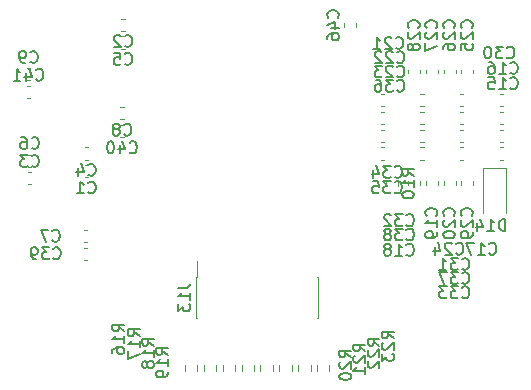
<source format=gbr>
%TF.GenerationSoftware,KiCad,Pcbnew,5.1.7-a382d34a8~87~ubuntu20.04.1*%
%TF.CreationDate,2021-02-03T18:06:15+00:00*%
%TF.ProjectId,UFOControlDeck,55464f43-6f6e-4747-926f-6c4465636b2e,rev?*%
%TF.SameCoordinates,Original*%
%TF.FileFunction,Legend,Bot*%
%TF.FilePolarity,Positive*%
%FSLAX46Y46*%
G04 Gerber Fmt 4.6, Leading zero omitted, Abs format (unit mm)*
G04 Created by KiCad (PCBNEW 5.1.7-a382d34a8~87~ubuntu20.04.1) date 2021-02-03 18:06:15*
%MOMM*%
%LPD*%
G01*
G04 APERTURE LIST*
%ADD10C,0.120000*%
%ADD11C,0.150000*%
G04 APERTURE END LIST*
D10*
%TO.C,R10*%
X149477500Y-120067224D02*
X149477500Y-119557776D01*
X150522500Y-120067224D02*
X150522500Y-119557776D01*
%TO.C,C46*%
X147010000Y-106291232D02*
X147010000Y-106583766D01*
X145990000Y-106291232D02*
X145990000Y-106583766D01*
%TO.C,C41*%
X119383766Y-111590000D02*
X119091232Y-111590000D01*
X119383766Y-112610000D02*
X119091232Y-112610000D01*
%TO.C,C40*%
X127016234Y-115910000D02*
X127308768Y-115910000D01*
X127016234Y-114890000D02*
X127308768Y-114890000D01*
%TO.C,C39*%
X123916234Y-126310000D02*
X124208768Y-126310000D01*
X123916234Y-125290000D02*
X124208768Y-125290000D01*
%TO.C,C9*%
X119383766Y-110090000D02*
X119091232Y-110090000D01*
X119383766Y-111110000D02*
X119091232Y-111110000D01*
%TO.C,C8*%
X127016233Y-114410000D02*
X127308767Y-114410000D01*
X127016233Y-113390000D02*
X127308767Y-113390000D01*
%TO.C,C7*%
X123916234Y-124810000D02*
X124208768Y-124810000D01*
X123916234Y-123790000D02*
X124208768Y-123790000D01*
%TO.C,C6*%
X119483766Y-117390000D02*
X119191232Y-117390000D01*
X119483766Y-118410000D02*
X119191232Y-118410000D01*
%TO.C,C5*%
X127091233Y-108410000D02*
X127383767Y-108410000D01*
X127091233Y-107390000D02*
X127383767Y-107390000D01*
%TO.C,C4*%
X123991233Y-117810000D02*
X124283767Y-117810000D01*
X123991233Y-116790000D02*
X124283767Y-116790000D01*
%TO.C,C3*%
X119483766Y-118890001D02*
X119191232Y-118890001D01*
X119483766Y-119910001D02*
X119191232Y-119910001D01*
%TO.C,C2*%
X127091233Y-106909999D02*
X127383767Y-106909999D01*
X127091233Y-105889999D02*
X127383767Y-105889999D01*
%TO.C,C1*%
X123991233Y-119310000D02*
X124283767Y-119310000D01*
X123991233Y-118290000D02*
X124283767Y-118290000D01*
%TO.C,J13*%
X133460000Y-127735000D02*
X133460000Y-131265000D01*
X143740000Y-127735000D02*
X143740000Y-131265000D01*
X133525000Y-126410000D02*
X133525000Y-127735000D01*
X133460000Y-127735000D02*
X133525000Y-127735000D01*
X133460000Y-131265000D02*
X133525000Y-131265000D01*
X143675000Y-127735000D02*
X143740000Y-127735000D01*
X143675000Y-131265000D02*
X143740000Y-131265000D01*
%TO.C,D14*%
X157700000Y-118500000D02*
X159700000Y-118500000D01*
X159700000Y-118500000D02*
X159700000Y-122350000D01*
X157700000Y-118500000D02*
X157700000Y-122350000D01*
%TO.C,C38*%
X152416233Y-114810000D02*
X152708767Y-114810000D01*
X152416233Y-113790000D02*
X152708767Y-113790000D01*
%TO.C,C37*%
X156046267Y-115290000D02*
X155753733Y-115290000D01*
X156046267Y-116310000D02*
X155753733Y-116310000D01*
%TO.C,C36*%
X149346267Y-116790000D02*
X149053733Y-116790000D01*
X149346267Y-117810000D02*
X149053733Y-117810000D01*
%TO.C,C35*%
X152416233Y-116310000D02*
X152708767Y-116310000D01*
X152416233Y-115290000D02*
X152708767Y-115290000D01*
%TO.C,C34*%
X152416233Y-117810000D02*
X152708767Y-117810000D01*
X152416233Y-116790000D02*
X152708767Y-116790000D01*
%TO.C,C33*%
X156046267Y-113800000D02*
X155753733Y-113800000D01*
X156046267Y-114820000D02*
X155753733Y-114820000D01*
%TO.C,C32*%
X152416233Y-113310000D02*
X152708767Y-113310000D01*
X152416233Y-112290000D02*
X152708767Y-112290000D01*
%TO.C,C31*%
X156046267Y-116790000D02*
X155753733Y-116790000D01*
X156046267Y-117810000D02*
X155753733Y-117810000D01*
%TO.C,C30*%
X156046267Y-112290000D02*
X155753733Y-112290000D01*
X156046267Y-113310000D02*
X155753733Y-113310000D01*
%TO.C,C29*%
X155890000Y-119653733D02*
X155890000Y-119946267D01*
X156910000Y-119653733D02*
X156910000Y-119946267D01*
%TO.C,C28*%
X152410000Y-110483767D02*
X152410000Y-110191233D01*
X151390000Y-110483767D02*
X151390000Y-110191233D01*
%TO.C,C27*%
X153910000Y-110483767D02*
X153910000Y-110191233D01*
X152890000Y-110483767D02*
X152890000Y-110191233D01*
%TO.C,C26*%
X155410000Y-110483767D02*
X155410000Y-110191233D01*
X154390000Y-110483767D02*
X154390000Y-110191233D01*
%TO.C,C25*%
X156910000Y-110483766D02*
X156910000Y-110191232D01*
X155890000Y-110483766D02*
X155890000Y-110191232D01*
%TO.C,C24*%
X159153733Y-117810000D02*
X159446267Y-117810000D01*
X159153733Y-116790000D02*
X159446267Y-116790000D01*
%TO.C,C23*%
X149346267Y-115290000D02*
X149053733Y-115290000D01*
X149346267Y-116310000D02*
X149053733Y-116310000D01*
%TO.C,C22*%
X149346267Y-113790000D02*
X149053733Y-113790000D01*
X149346267Y-114810000D02*
X149053733Y-114810000D01*
%TO.C,C21*%
X149346267Y-112290000D02*
X149053733Y-112290000D01*
X149346267Y-113310000D02*
X149053733Y-113310000D01*
%TO.C,C20*%
X154390000Y-119653733D02*
X154390000Y-119946267D01*
X155410000Y-119653733D02*
X155410000Y-119946267D01*
%TO.C,C19*%
X152890000Y-119653733D02*
X152890000Y-119946267D01*
X153910000Y-119653733D02*
X153910000Y-119946267D01*
%TO.C,C18*%
X151390000Y-119653733D02*
X151390000Y-119946267D01*
X152410000Y-119653733D02*
X152410000Y-119946267D01*
%TO.C,C17*%
X159153733Y-116310000D02*
X159446267Y-116310000D01*
X159153733Y-115290000D02*
X159446267Y-115290000D01*
%TO.C,C16*%
X159153733Y-113310000D02*
X159446267Y-113310000D01*
X159153733Y-112290000D02*
X159446267Y-112290000D01*
%TO.C,C15*%
X159153733Y-114810000D02*
X159446267Y-114810000D01*
X159153733Y-113790000D02*
X159446267Y-113790000D01*
%TO.C,R23*%
X143677500Y-135232776D02*
X143677500Y-135742224D01*
X144722500Y-135232776D02*
X144722500Y-135742224D01*
%TO.C,R22*%
X142077500Y-135232776D02*
X142077500Y-135742224D01*
X143122500Y-135232776D02*
X143122500Y-135742224D01*
%TO.C,R21*%
X140477500Y-135232776D02*
X140477500Y-135742224D01*
X141522500Y-135232776D02*
X141522500Y-135742224D01*
%TO.C,R20*%
X138877500Y-135232776D02*
X138877500Y-135742224D01*
X139922500Y-135232776D02*
X139922500Y-135742224D01*
%TO.C,R19*%
X137277500Y-135232776D02*
X137277500Y-135742224D01*
X138322500Y-135232776D02*
X138322500Y-135742224D01*
%TO.C,R18*%
X135677500Y-135232776D02*
X135677500Y-135742224D01*
X136722500Y-135232776D02*
X136722500Y-135742224D01*
%TO.C,R17*%
X134077500Y-135232776D02*
X134077500Y-135742224D01*
X135122500Y-135232776D02*
X135122500Y-135742224D01*
%TO.C,R16*%
X132477500Y-135232776D02*
X132477500Y-135742224D01*
X133522500Y-135232776D02*
X133522500Y-135742224D01*
%TO.C,R10*%
D11*
X151882380Y-119169642D02*
X151406190Y-118836309D01*
X151882380Y-118598214D02*
X150882380Y-118598214D01*
X150882380Y-118979166D01*
X150930000Y-119074404D01*
X150977619Y-119122023D01*
X151072857Y-119169642D01*
X151215714Y-119169642D01*
X151310952Y-119122023D01*
X151358571Y-119074404D01*
X151406190Y-118979166D01*
X151406190Y-118598214D01*
X151882380Y-120122023D02*
X151882380Y-119550595D01*
X151882380Y-119836309D02*
X150882380Y-119836309D01*
X151025238Y-119741071D01*
X151120476Y-119645833D01*
X151168095Y-119550595D01*
X150882380Y-120741071D02*
X150882380Y-120836309D01*
X150930000Y-120931547D01*
X150977619Y-120979166D01*
X151072857Y-121026785D01*
X151263333Y-121074404D01*
X151501428Y-121074404D01*
X151691904Y-121026785D01*
X151787142Y-120979166D01*
X151834761Y-120931547D01*
X151882380Y-120836309D01*
X151882380Y-120741071D01*
X151834761Y-120645833D01*
X151787142Y-120598214D01*
X151691904Y-120550595D01*
X151501428Y-120502976D01*
X151263333Y-120502976D01*
X151072857Y-120550595D01*
X150977619Y-120598214D01*
X150930000Y-120645833D01*
X150882380Y-120741071D01*
%TO.C,C46*%
X145427142Y-105794641D02*
X145474761Y-105747022D01*
X145522380Y-105604165D01*
X145522380Y-105508927D01*
X145474761Y-105366070D01*
X145379523Y-105270832D01*
X145284285Y-105223213D01*
X145093809Y-105175594D01*
X144950952Y-105175594D01*
X144760476Y-105223213D01*
X144665238Y-105270832D01*
X144570000Y-105366070D01*
X144522380Y-105508927D01*
X144522380Y-105604165D01*
X144570000Y-105747022D01*
X144617619Y-105794641D01*
X144855714Y-106651784D02*
X145522380Y-106651784D01*
X144474761Y-106413689D02*
X145189047Y-106175594D01*
X145189047Y-106794641D01*
X144522380Y-107604165D02*
X144522380Y-107413689D01*
X144570000Y-107318451D01*
X144617619Y-107270832D01*
X144760476Y-107175594D01*
X144950952Y-107127975D01*
X145331904Y-107127975D01*
X145427142Y-107175594D01*
X145474761Y-107223213D01*
X145522380Y-107318451D01*
X145522380Y-107508927D01*
X145474761Y-107604165D01*
X145427142Y-107651784D01*
X145331904Y-107699403D01*
X145093809Y-107699403D01*
X144998571Y-107651784D01*
X144950952Y-107604165D01*
X144903333Y-107508927D01*
X144903333Y-107318451D01*
X144950952Y-107223213D01*
X144998571Y-107175594D01*
X145093809Y-107127975D01*
%TO.C,C41*%
X119880356Y-111027142D02*
X119927975Y-111074761D01*
X120070832Y-111122380D01*
X120166070Y-111122380D01*
X120308927Y-111074761D01*
X120404165Y-110979523D01*
X120451784Y-110884285D01*
X120499403Y-110693809D01*
X120499403Y-110550952D01*
X120451784Y-110360476D01*
X120404165Y-110265238D01*
X120308927Y-110170000D01*
X120166070Y-110122380D01*
X120070832Y-110122380D01*
X119927975Y-110170000D01*
X119880356Y-110217619D01*
X119023213Y-110455714D02*
X119023213Y-111122380D01*
X119261308Y-110074761D02*
X119499403Y-110789047D01*
X118880356Y-110789047D01*
X117975594Y-111122380D02*
X118547022Y-111122380D01*
X118261308Y-111122380D02*
X118261308Y-110122380D01*
X118356546Y-110265238D01*
X118451784Y-110360476D01*
X118547022Y-110408095D01*
%TO.C,C40*%
X127805358Y-117187142D02*
X127852977Y-117234761D01*
X127995834Y-117282380D01*
X128091072Y-117282380D01*
X128233929Y-117234761D01*
X128329167Y-117139523D01*
X128376786Y-117044285D01*
X128424405Y-116853809D01*
X128424405Y-116710952D01*
X128376786Y-116520476D01*
X128329167Y-116425238D01*
X128233929Y-116330000D01*
X128091072Y-116282380D01*
X127995834Y-116282380D01*
X127852977Y-116330000D01*
X127805358Y-116377619D01*
X126948215Y-116615714D02*
X126948215Y-117282380D01*
X127186310Y-116234761D02*
X127424405Y-116949047D01*
X126805358Y-116949047D01*
X126233929Y-116282380D02*
X126138691Y-116282380D01*
X126043453Y-116330000D01*
X125995834Y-116377619D01*
X125948215Y-116472857D01*
X125900596Y-116663333D01*
X125900596Y-116901428D01*
X125948215Y-117091904D01*
X125995834Y-117187142D01*
X126043453Y-117234761D01*
X126138691Y-117282380D01*
X126233929Y-117282380D01*
X126329167Y-117234761D01*
X126376786Y-117187142D01*
X126424405Y-117091904D01*
X126472024Y-116901428D01*
X126472024Y-116663333D01*
X126424405Y-116472857D01*
X126376786Y-116377619D01*
X126329167Y-116330000D01*
X126233929Y-116282380D01*
%TO.C,C39*%
X121342857Y-126157142D02*
X121390476Y-126204761D01*
X121533333Y-126252380D01*
X121628571Y-126252380D01*
X121771428Y-126204761D01*
X121866666Y-126109523D01*
X121914285Y-126014285D01*
X121961904Y-125823809D01*
X121961904Y-125680952D01*
X121914285Y-125490476D01*
X121866666Y-125395238D01*
X121771428Y-125300000D01*
X121628571Y-125252380D01*
X121533333Y-125252380D01*
X121390476Y-125300000D01*
X121342857Y-125347619D01*
X121009523Y-125252380D02*
X120390476Y-125252380D01*
X120723809Y-125633333D01*
X120580952Y-125633333D01*
X120485714Y-125680952D01*
X120438095Y-125728571D01*
X120390476Y-125823809D01*
X120390476Y-126061904D01*
X120438095Y-126157142D01*
X120485714Y-126204761D01*
X120580952Y-126252380D01*
X120866666Y-126252380D01*
X120961904Y-126204761D01*
X121009523Y-126157142D01*
X119914285Y-126252380D02*
X119723809Y-126252380D01*
X119628571Y-126204761D01*
X119580952Y-126157142D01*
X119485714Y-126014285D01*
X119438095Y-125823809D01*
X119438095Y-125442857D01*
X119485714Y-125347619D01*
X119533333Y-125300000D01*
X119628571Y-125252380D01*
X119819047Y-125252380D01*
X119914285Y-125300000D01*
X119961904Y-125347619D01*
X120009523Y-125442857D01*
X120009523Y-125680952D01*
X119961904Y-125776190D01*
X119914285Y-125823809D01*
X119819047Y-125871428D01*
X119628571Y-125871428D01*
X119533333Y-125823809D01*
X119485714Y-125776190D01*
X119438095Y-125680952D01*
%TO.C,C9*%
X119404165Y-109527142D02*
X119451784Y-109574761D01*
X119594641Y-109622380D01*
X119689879Y-109622380D01*
X119832737Y-109574761D01*
X119927975Y-109479523D01*
X119975594Y-109384285D01*
X120023213Y-109193809D01*
X120023213Y-109050952D01*
X119975594Y-108860476D01*
X119927975Y-108765238D01*
X119832737Y-108670000D01*
X119689879Y-108622380D01*
X119594641Y-108622380D01*
X119451784Y-108670000D01*
X119404165Y-108717619D01*
X118927975Y-109622380D02*
X118737499Y-109622380D01*
X118642260Y-109574761D01*
X118594641Y-109527142D01*
X118499403Y-109384285D01*
X118451784Y-109193809D01*
X118451784Y-108812857D01*
X118499403Y-108717619D01*
X118547022Y-108670000D01*
X118642260Y-108622380D01*
X118832737Y-108622380D01*
X118927975Y-108670000D01*
X118975594Y-108717619D01*
X119023213Y-108812857D01*
X119023213Y-109050952D01*
X118975594Y-109146190D01*
X118927975Y-109193809D01*
X118832737Y-109241428D01*
X118642260Y-109241428D01*
X118547022Y-109193809D01*
X118499403Y-109146190D01*
X118451784Y-109050952D01*
%TO.C,C8*%
X127329166Y-115687142D02*
X127376785Y-115734761D01*
X127519642Y-115782380D01*
X127614880Y-115782380D01*
X127757738Y-115734761D01*
X127852976Y-115639523D01*
X127900595Y-115544285D01*
X127948214Y-115353809D01*
X127948214Y-115210952D01*
X127900595Y-115020476D01*
X127852976Y-114925238D01*
X127757738Y-114830000D01*
X127614880Y-114782380D01*
X127519642Y-114782380D01*
X127376785Y-114830000D01*
X127329166Y-114877619D01*
X126757738Y-115210952D02*
X126852976Y-115163333D01*
X126900595Y-115115714D01*
X126948214Y-115020476D01*
X126948214Y-114972857D01*
X126900595Y-114877619D01*
X126852976Y-114830000D01*
X126757738Y-114782380D01*
X126567261Y-114782380D01*
X126472023Y-114830000D01*
X126424404Y-114877619D01*
X126376785Y-114972857D01*
X126376785Y-115020476D01*
X126424404Y-115115714D01*
X126472023Y-115163333D01*
X126567261Y-115210952D01*
X126757738Y-115210952D01*
X126852976Y-115258571D01*
X126900595Y-115306190D01*
X126948214Y-115401428D01*
X126948214Y-115591904D01*
X126900595Y-115687142D01*
X126852976Y-115734761D01*
X126757738Y-115782380D01*
X126567261Y-115782380D01*
X126472023Y-115734761D01*
X126424404Y-115687142D01*
X126376785Y-115591904D01*
X126376785Y-115401428D01*
X126424404Y-115306190D01*
X126472023Y-115258571D01*
X126567261Y-115210952D01*
%TO.C,C7*%
X121266666Y-124657142D02*
X121314285Y-124704761D01*
X121457142Y-124752380D01*
X121552380Y-124752380D01*
X121695238Y-124704761D01*
X121790476Y-124609523D01*
X121838095Y-124514285D01*
X121885714Y-124323809D01*
X121885714Y-124180952D01*
X121838095Y-123990476D01*
X121790476Y-123895238D01*
X121695238Y-123800000D01*
X121552380Y-123752380D01*
X121457142Y-123752380D01*
X121314285Y-123800000D01*
X121266666Y-123847619D01*
X120933333Y-123752380D02*
X120266666Y-123752380D01*
X120695238Y-124752380D01*
%TO.C,C6*%
X119504165Y-116827142D02*
X119551784Y-116874761D01*
X119694641Y-116922380D01*
X119789879Y-116922380D01*
X119932737Y-116874761D01*
X120027975Y-116779523D01*
X120075594Y-116684285D01*
X120123213Y-116493809D01*
X120123213Y-116350952D01*
X120075594Y-116160476D01*
X120027975Y-116065238D01*
X119932737Y-115970000D01*
X119789879Y-115922380D01*
X119694641Y-115922380D01*
X119551784Y-115970000D01*
X119504165Y-116017619D01*
X118647022Y-115922380D02*
X118837499Y-115922380D01*
X118932737Y-115970000D01*
X118980356Y-116017619D01*
X119075594Y-116160476D01*
X119123213Y-116350952D01*
X119123213Y-116731904D01*
X119075594Y-116827142D01*
X119027975Y-116874761D01*
X118932737Y-116922380D01*
X118742260Y-116922380D01*
X118647022Y-116874761D01*
X118599403Y-116827142D01*
X118551784Y-116731904D01*
X118551784Y-116493809D01*
X118599403Y-116398571D01*
X118647022Y-116350952D01*
X118742260Y-116303333D01*
X118932737Y-116303333D01*
X119027975Y-116350952D01*
X119075594Y-116398571D01*
X119123213Y-116493809D01*
%TO.C,C5*%
X127404166Y-109687142D02*
X127451785Y-109734761D01*
X127594642Y-109782380D01*
X127689880Y-109782380D01*
X127832738Y-109734761D01*
X127927976Y-109639523D01*
X127975595Y-109544285D01*
X128023214Y-109353809D01*
X128023214Y-109210952D01*
X127975595Y-109020476D01*
X127927976Y-108925238D01*
X127832738Y-108830000D01*
X127689880Y-108782380D01*
X127594642Y-108782380D01*
X127451785Y-108830000D01*
X127404166Y-108877619D01*
X126499404Y-108782380D02*
X126975595Y-108782380D01*
X127023214Y-109258571D01*
X126975595Y-109210952D01*
X126880357Y-109163333D01*
X126642261Y-109163333D01*
X126547023Y-109210952D01*
X126499404Y-109258571D01*
X126451785Y-109353809D01*
X126451785Y-109591904D01*
X126499404Y-109687142D01*
X126547023Y-109734761D01*
X126642261Y-109782380D01*
X126880357Y-109782380D01*
X126975595Y-109734761D01*
X127023214Y-109687142D01*
%TO.C,C4*%
X124304166Y-119087142D02*
X124351785Y-119134761D01*
X124494642Y-119182380D01*
X124589880Y-119182380D01*
X124732738Y-119134761D01*
X124827976Y-119039523D01*
X124875595Y-118944285D01*
X124923214Y-118753809D01*
X124923214Y-118610952D01*
X124875595Y-118420476D01*
X124827976Y-118325238D01*
X124732738Y-118230000D01*
X124589880Y-118182380D01*
X124494642Y-118182380D01*
X124351785Y-118230000D01*
X124304166Y-118277619D01*
X123447023Y-118515714D02*
X123447023Y-119182380D01*
X123685119Y-118134761D02*
X123923214Y-118849047D01*
X123304166Y-118849047D01*
%TO.C,C3*%
X119504165Y-118327143D02*
X119551784Y-118374762D01*
X119694641Y-118422381D01*
X119789879Y-118422381D01*
X119932737Y-118374762D01*
X120027975Y-118279524D01*
X120075594Y-118184286D01*
X120123213Y-117993810D01*
X120123213Y-117850953D01*
X120075594Y-117660477D01*
X120027975Y-117565239D01*
X119932737Y-117470001D01*
X119789879Y-117422381D01*
X119694641Y-117422381D01*
X119551784Y-117470001D01*
X119504165Y-117517620D01*
X119170832Y-117422381D02*
X118551784Y-117422381D01*
X118885118Y-117803334D01*
X118742260Y-117803334D01*
X118647022Y-117850953D01*
X118599403Y-117898572D01*
X118551784Y-117993810D01*
X118551784Y-118231905D01*
X118599403Y-118327143D01*
X118647022Y-118374762D01*
X118742260Y-118422381D01*
X119027975Y-118422381D01*
X119123213Y-118374762D01*
X119170832Y-118327143D01*
%TO.C,C2*%
X127404166Y-108187141D02*
X127451785Y-108234760D01*
X127594642Y-108282379D01*
X127689880Y-108282379D01*
X127832738Y-108234760D01*
X127927976Y-108139522D01*
X127975595Y-108044284D01*
X128023214Y-107853808D01*
X128023214Y-107710951D01*
X127975595Y-107520475D01*
X127927976Y-107425237D01*
X127832738Y-107329999D01*
X127689880Y-107282379D01*
X127594642Y-107282379D01*
X127451785Y-107329999D01*
X127404166Y-107377618D01*
X127023214Y-107377618D02*
X126975595Y-107329999D01*
X126880357Y-107282379D01*
X126642261Y-107282379D01*
X126547023Y-107329999D01*
X126499404Y-107377618D01*
X126451785Y-107472856D01*
X126451785Y-107568094D01*
X126499404Y-107710951D01*
X127070833Y-108282379D01*
X126451785Y-108282379D01*
%TO.C,C1*%
X124304166Y-120587142D02*
X124351785Y-120634761D01*
X124494642Y-120682380D01*
X124589880Y-120682380D01*
X124732738Y-120634761D01*
X124827976Y-120539523D01*
X124875595Y-120444285D01*
X124923214Y-120253809D01*
X124923214Y-120110952D01*
X124875595Y-119920476D01*
X124827976Y-119825238D01*
X124732738Y-119730000D01*
X124589880Y-119682380D01*
X124494642Y-119682380D01*
X124351785Y-119730000D01*
X124304166Y-119777619D01*
X123351785Y-120682380D02*
X123923214Y-120682380D01*
X123637500Y-120682380D02*
X123637500Y-119682380D01*
X123732738Y-119825238D01*
X123827976Y-119920476D01*
X123923214Y-119968095D01*
%TO.C,J13*%
X131912380Y-128690476D02*
X132626666Y-128690476D01*
X132769523Y-128642857D01*
X132864761Y-128547619D01*
X132912380Y-128404761D01*
X132912380Y-128309523D01*
X132912380Y-129690476D02*
X132912380Y-129119047D01*
X132912380Y-129404761D02*
X131912380Y-129404761D01*
X132055238Y-129309523D01*
X132150476Y-129214285D01*
X132198095Y-129119047D01*
X131912380Y-130023809D02*
X131912380Y-130642857D01*
X132293333Y-130309523D01*
X132293333Y-130452380D01*
X132340952Y-130547619D01*
X132388571Y-130595238D01*
X132483809Y-130642857D01*
X132721904Y-130642857D01*
X132817142Y-130595238D01*
X132864761Y-130547619D01*
X132912380Y-130452380D01*
X132912380Y-130166666D01*
X132864761Y-130071428D01*
X132817142Y-130023809D01*
%TO.C,D14*%
X159614285Y-123852380D02*
X159614285Y-122852380D01*
X159376190Y-122852380D01*
X159233333Y-122900000D01*
X159138095Y-122995238D01*
X159090476Y-123090476D01*
X159042857Y-123280952D01*
X159042857Y-123423809D01*
X159090476Y-123614285D01*
X159138095Y-123709523D01*
X159233333Y-123804761D01*
X159376190Y-123852380D01*
X159614285Y-123852380D01*
X158090476Y-123852380D02*
X158661904Y-123852380D01*
X158376190Y-123852380D02*
X158376190Y-122852380D01*
X158471428Y-122995238D01*
X158566666Y-123090476D01*
X158661904Y-123138095D01*
X157233333Y-123185714D02*
X157233333Y-123852380D01*
X157471428Y-122804761D02*
X157709523Y-123519047D01*
X157090476Y-123519047D01*
%TO.C,C38*%
X151242857Y-124557142D02*
X151290476Y-124604761D01*
X151433333Y-124652380D01*
X151528571Y-124652380D01*
X151671428Y-124604761D01*
X151766666Y-124509523D01*
X151814285Y-124414285D01*
X151861904Y-124223809D01*
X151861904Y-124080952D01*
X151814285Y-123890476D01*
X151766666Y-123795238D01*
X151671428Y-123700000D01*
X151528571Y-123652380D01*
X151433333Y-123652380D01*
X151290476Y-123700000D01*
X151242857Y-123747619D01*
X150909523Y-123652380D02*
X150290476Y-123652380D01*
X150623809Y-124033333D01*
X150480952Y-124033333D01*
X150385714Y-124080952D01*
X150338095Y-124128571D01*
X150290476Y-124223809D01*
X150290476Y-124461904D01*
X150338095Y-124557142D01*
X150385714Y-124604761D01*
X150480952Y-124652380D01*
X150766666Y-124652380D01*
X150861904Y-124604761D01*
X150909523Y-124557142D01*
X149719047Y-124080952D02*
X149814285Y-124033333D01*
X149861904Y-123985714D01*
X149909523Y-123890476D01*
X149909523Y-123842857D01*
X149861904Y-123747619D01*
X149814285Y-123700000D01*
X149719047Y-123652380D01*
X149528571Y-123652380D01*
X149433333Y-123700000D01*
X149385714Y-123747619D01*
X149338095Y-123842857D01*
X149338095Y-123890476D01*
X149385714Y-123985714D01*
X149433333Y-124033333D01*
X149528571Y-124080952D01*
X149719047Y-124080952D01*
X149814285Y-124128571D01*
X149861904Y-124176190D01*
X149909523Y-124271428D01*
X149909523Y-124461904D01*
X149861904Y-124557142D01*
X149814285Y-124604761D01*
X149719047Y-124652380D01*
X149528571Y-124652380D01*
X149433333Y-124604761D01*
X149385714Y-124557142D01*
X149338095Y-124461904D01*
X149338095Y-124271428D01*
X149385714Y-124176190D01*
X149433333Y-124128571D01*
X149528571Y-124080952D01*
%TO.C,C37*%
X155942857Y-128257142D02*
X155990476Y-128304761D01*
X156133333Y-128352380D01*
X156228571Y-128352380D01*
X156371428Y-128304761D01*
X156466666Y-128209523D01*
X156514285Y-128114285D01*
X156561904Y-127923809D01*
X156561904Y-127780952D01*
X156514285Y-127590476D01*
X156466666Y-127495238D01*
X156371428Y-127400000D01*
X156228571Y-127352380D01*
X156133333Y-127352380D01*
X155990476Y-127400000D01*
X155942857Y-127447619D01*
X155609523Y-127352380D02*
X154990476Y-127352380D01*
X155323809Y-127733333D01*
X155180952Y-127733333D01*
X155085714Y-127780952D01*
X155038095Y-127828571D01*
X154990476Y-127923809D01*
X154990476Y-128161904D01*
X155038095Y-128257142D01*
X155085714Y-128304761D01*
X155180952Y-128352380D01*
X155466666Y-128352380D01*
X155561904Y-128304761D01*
X155609523Y-128257142D01*
X154657142Y-127352380D02*
X153990476Y-127352380D01*
X154419047Y-128352380D01*
%TO.C,C36*%
X150442857Y-111957142D02*
X150490476Y-112004761D01*
X150633333Y-112052380D01*
X150728571Y-112052380D01*
X150871428Y-112004761D01*
X150966666Y-111909523D01*
X151014285Y-111814285D01*
X151061904Y-111623809D01*
X151061904Y-111480952D01*
X151014285Y-111290476D01*
X150966666Y-111195238D01*
X150871428Y-111100000D01*
X150728571Y-111052380D01*
X150633333Y-111052380D01*
X150490476Y-111100000D01*
X150442857Y-111147619D01*
X150109523Y-111052380D02*
X149490476Y-111052380D01*
X149823809Y-111433333D01*
X149680952Y-111433333D01*
X149585714Y-111480952D01*
X149538095Y-111528571D01*
X149490476Y-111623809D01*
X149490476Y-111861904D01*
X149538095Y-111957142D01*
X149585714Y-112004761D01*
X149680952Y-112052380D01*
X149966666Y-112052380D01*
X150061904Y-112004761D01*
X150109523Y-111957142D01*
X148633333Y-111052380D02*
X148823809Y-111052380D01*
X148919047Y-111100000D01*
X148966666Y-111147619D01*
X149061904Y-111290476D01*
X149109523Y-111480952D01*
X149109523Y-111861904D01*
X149061904Y-111957142D01*
X149014285Y-112004761D01*
X148919047Y-112052380D01*
X148728571Y-112052380D01*
X148633333Y-112004761D01*
X148585714Y-111957142D01*
X148538095Y-111861904D01*
X148538095Y-111623809D01*
X148585714Y-111528571D01*
X148633333Y-111480952D01*
X148728571Y-111433333D01*
X148919047Y-111433333D01*
X149014285Y-111480952D01*
X149061904Y-111528571D01*
X149109523Y-111623809D01*
%TO.C,C35*%
X150242857Y-120557142D02*
X150290476Y-120604761D01*
X150433333Y-120652380D01*
X150528571Y-120652380D01*
X150671428Y-120604761D01*
X150766666Y-120509523D01*
X150814285Y-120414285D01*
X150861904Y-120223809D01*
X150861904Y-120080952D01*
X150814285Y-119890476D01*
X150766666Y-119795238D01*
X150671428Y-119700000D01*
X150528571Y-119652380D01*
X150433333Y-119652380D01*
X150290476Y-119700000D01*
X150242857Y-119747619D01*
X149909523Y-119652380D02*
X149290476Y-119652380D01*
X149623809Y-120033333D01*
X149480952Y-120033333D01*
X149385714Y-120080952D01*
X149338095Y-120128571D01*
X149290476Y-120223809D01*
X149290476Y-120461904D01*
X149338095Y-120557142D01*
X149385714Y-120604761D01*
X149480952Y-120652380D01*
X149766666Y-120652380D01*
X149861904Y-120604761D01*
X149909523Y-120557142D01*
X148385714Y-119652380D02*
X148861904Y-119652380D01*
X148909523Y-120128571D01*
X148861904Y-120080952D01*
X148766666Y-120033333D01*
X148528571Y-120033333D01*
X148433333Y-120080952D01*
X148385714Y-120128571D01*
X148338095Y-120223809D01*
X148338095Y-120461904D01*
X148385714Y-120557142D01*
X148433333Y-120604761D01*
X148528571Y-120652380D01*
X148766666Y-120652380D01*
X148861904Y-120604761D01*
X148909523Y-120557142D01*
%TO.C,C34*%
X150242857Y-119257142D02*
X150290476Y-119304761D01*
X150433333Y-119352380D01*
X150528571Y-119352380D01*
X150671428Y-119304761D01*
X150766666Y-119209523D01*
X150814285Y-119114285D01*
X150861904Y-118923809D01*
X150861904Y-118780952D01*
X150814285Y-118590476D01*
X150766666Y-118495238D01*
X150671428Y-118400000D01*
X150528571Y-118352380D01*
X150433333Y-118352380D01*
X150290476Y-118400000D01*
X150242857Y-118447619D01*
X149909523Y-118352380D02*
X149290476Y-118352380D01*
X149623809Y-118733333D01*
X149480952Y-118733333D01*
X149385714Y-118780952D01*
X149338095Y-118828571D01*
X149290476Y-118923809D01*
X149290476Y-119161904D01*
X149338095Y-119257142D01*
X149385714Y-119304761D01*
X149480952Y-119352380D01*
X149766666Y-119352380D01*
X149861904Y-119304761D01*
X149909523Y-119257142D01*
X148433333Y-118685714D02*
X148433333Y-119352380D01*
X148671428Y-118304761D02*
X148909523Y-119019047D01*
X148290476Y-119019047D01*
%TO.C,C33*%
X155942857Y-129457142D02*
X155990476Y-129504761D01*
X156133333Y-129552380D01*
X156228571Y-129552380D01*
X156371428Y-129504761D01*
X156466666Y-129409523D01*
X156514285Y-129314285D01*
X156561904Y-129123809D01*
X156561904Y-128980952D01*
X156514285Y-128790476D01*
X156466666Y-128695238D01*
X156371428Y-128600000D01*
X156228571Y-128552380D01*
X156133333Y-128552380D01*
X155990476Y-128600000D01*
X155942857Y-128647619D01*
X155609523Y-128552380D02*
X154990476Y-128552380D01*
X155323809Y-128933333D01*
X155180952Y-128933333D01*
X155085714Y-128980952D01*
X155038095Y-129028571D01*
X154990476Y-129123809D01*
X154990476Y-129361904D01*
X155038095Y-129457142D01*
X155085714Y-129504761D01*
X155180952Y-129552380D01*
X155466666Y-129552380D01*
X155561904Y-129504761D01*
X155609523Y-129457142D01*
X154657142Y-128552380D02*
X154038095Y-128552380D01*
X154371428Y-128933333D01*
X154228571Y-128933333D01*
X154133333Y-128980952D01*
X154085714Y-129028571D01*
X154038095Y-129123809D01*
X154038095Y-129361904D01*
X154085714Y-129457142D01*
X154133333Y-129504761D01*
X154228571Y-129552380D01*
X154514285Y-129552380D01*
X154609523Y-129504761D01*
X154657142Y-129457142D01*
%TO.C,C32*%
X151242857Y-123357142D02*
X151290476Y-123404761D01*
X151433333Y-123452380D01*
X151528571Y-123452380D01*
X151671428Y-123404761D01*
X151766666Y-123309523D01*
X151814285Y-123214285D01*
X151861904Y-123023809D01*
X151861904Y-122880952D01*
X151814285Y-122690476D01*
X151766666Y-122595238D01*
X151671428Y-122500000D01*
X151528571Y-122452380D01*
X151433333Y-122452380D01*
X151290476Y-122500000D01*
X151242857Y-122547619D01*
X150909523Y-122452380D02*
X150290476Y-122452380D01*
X150623809Y-122833333D01*
X150480952Y-122833333D01*
X150385714Y-122880952D01*
X150338095Y-122928571D01*
X150290476Y-123023809D01*
X150290476Y-123261904D01*
X150338095Y-123357142D01*
X150385714Y-123404761D01*
X150480952Y-123452380D01*
X150766666Y-123452380D01*
X150861904Y-123404761D01*
X150909523Y-123357142D01*
X149909523Y-122547619D02*
X149861904Y-122500000D01*
X149766666Y-122452380D01*
X149528571Y-122452380D01*
X149433333Y-122500000D01*
X149385714Y-122547619D01*
X149338095Y-122642857D01*
X149338095Y-122738095D01*
X149385714Y-122880952D01*
X149957142Y-123452380D01*
X149338095Y-123452380D01*
%TO.C,C31*%
X155942857Y-127057142D02*
X155990476Y-127104761D01*
X156133333Y-127152380D01*
X156228571Y-127152380D01*
X156371428Y-127104761D01*
X156466666Y-127009523D01*
X156514285Y-126914285D01*
X156561904Y-126723809D01*
X156561904Y-126580952D01*
X156514285Y-126390476D01*
X156466666Y-126295238D01*
X156371428Y-126200000D01*
X156228571Y-126152380D01*
X156133333Y-126152380D01*
X155990476Y-126200000D01*
X155942857Y-126247619D01*
X155609523Y-126152380D02*
X154990476Y-126152380D01*
X155323809Y-126533333D01*
X155180952Y-126533333D01*
X155085714Y-126580952D01*
X155038095Y-126628571D01*
X154990476Y-126723809D01*
X154990476Y-126961904D01*
X155038095Y-127057142D01*
X155085714Y-127104761D01*
X155180952Y-127152380D01*
X155466666Y-127152380D01*
X155561904Y-127104761D01*
X155609523Y-127057142D01*
X154038095Y-127152380D02*
X154609523Y-127152380D01*
X154323809Y-127152380D02*
X154323809Y-126152380D01*
X154419047Y-126295238D01*
X154514285Y-126390476D01*
X154609523Y-126438095D01*
%TO.C,C30*%
X159742857Y-109157142D02*
X159790476Y-109204761D01*
X159933333Y-109252380D01*
X160028571Y-109252380D01*
X160171428Y-109204761D01*
X160266666Y-109109523D01*
X160314285Y-109014285D01*
X160361904Y-108823809D01*
X160361904Y-108680952D01*
X160314285Y-108490476D01*
X160266666Y-108395238D01*
X160171428Y-108300000D01*
X160028571Y-108252380D01*
X159933333Y-108252380D01*
X159790476Y-108300000D01*
X159742857Y-108347619D01*
X159409523Y-108252380D02*
X158790476Y-108252380D01*
X159123809Y-108633333D01*
X158980952Y-108633333D01*
X158885714Y-108680952D01*
X158838095Y-108728571D01*
X158790476Y-108823809D01*
X158790476Y-109061904D01*
X158838095Y-109157142D01*
X158885714Y-109204761D01*
X158980952Y-109252380D01*
X159266666Y-109252380D01*
X159361904Y-109204761D01*
X159409523Y-109157142D01*
X158171428Y-108252380D02*
X158076190Y-108252380D01*
X157980952Y-108300000D01*
X157933333Y-108347619D01*
X157885714Y-108442857D01*
X157838095Y-108633333D01*
X157838095Y-108871428D01*
X157885714Y-109061904D01*
X157933333Y-109157142D01*
X157980952Y-109204761D01*
X158076190Y-109252380D01*
X158171428Y-109252380D01*
X158266666Y-109204761D01*
X158314285Y-109157142D01*
X158361904Y-109061904D01*
X158409523Y-108871428D01*
X158409523Y-108633333D01*
X158361904Y-108442857D01*
X158314285Y-108347619D01*
X158266666Y-108300000D01*
X158171428Y-108252380D01*
%TO.C,C29*%
X156757142Y-122557142D02*
X156804761Y-122509523D01*
X156852380Y-122366666D01*
X156852380Y-122271428D01*
X156804761Y-122128571D01*
X156709523Y-122033333D01*
X156614285Y-121985714D01*
X156423809Y-121938095D01*
X156280952Y-121938095D01*
X156090476Y-121985714D01*
X155995238Y-122033333D01*
X155900000Y-122128571D01*
X155852380Y-122271428D01*
X155852380Y-122366666D01*
X155900000Y-122509523D01*
X155947619Y-122557142D01*
X155947619Y-122938095D02*
X155900000Y-122985714D01*
X155852380Y-123080952D01*
X155852380Y-123319047D01*
X155900000Y-123414285D01*
X155947619Y-123461904D01*
X156042857Y-123509523D01*
X156138095Y-123509523D01*
X156280952Y-123461904D01*
X156852380Y-122890476D01*
X156852380Y-123509523D01*
X156852380Y-123985714D02*
X156852380Y-124176190D01*
X156804761Y-124271428D01*
X156757142Y-124319047D01*
X156614285Y-124414285D01*
X156423809Y-124461904D01*
X156042857Y-124461904D01*
X155947619Y-124414285D01*
X155900000Y-124366666D01*
X155852380Y-124271428D01*
X155852380Y-124080952D01*
X155900000Y-123985714D01*
X155947619Y-123938095D01*
X156042857Y-123890476D01*
X156280952Y-123890476D01*
X156376190Y-123938095D01*
X156423809Y-123985714D01*
X156471428Y-124080952D01*
X156471428Y-124271428D01*
X156423809Y-124366666D01*
X156376190Y-124414285D01*
X156280952Y-124461904D01*
%TO.C,C28*%
X152257142Y-106657142D02*
X152304761Y-106609523D01*
X152352380Y-106466666D01*
X152352380Y-106371428D01*
X152304761Y-106228571D01*
X152209523Y-106133333D01*
X152114285Y-106085714D01*
X151923809Y-106038095D01*
X151780952Y-106038095D01*
X151590476Y-106085714D01*
X151495238Y-106133333D01*
X151400000Y-106228571D01*
X151352380Y-106371428D01*
X151352380Y-106466666D01*
X151400000Y-106609523D01*
X151447619Y-106657142D01*
X151447619Y-107038095D02*
X151400000Y-107085714D01*
X151352380Y-107180952D01*
X151352380Y-107419047D01*
X151400000Y-107514285D01*
X151447619Y-107561904D01*
X151542857Y-107609523D01*
X151638095Y-107609523D01*
X151780952Y-107561904D01*
X152352380Y-106990476D01*
X152352380Y-107609523D01*
X151780952Y-108180952D02*
X151733333Y-108085714D01*
X151685714Y-108038095D01*
X151590476Y-107990476D01*
X151542857Y-107990476D01*
X151447619Y-108038095D01*
X151400000Y-108085714D01*
X151352380Y-108180952D01*
X151352380Y-108371428D01*
X151400000Y-108466666D01*
X151447619Y-108514285D01*
X151542857Y-108561904D01*
X151590476Y-108561904D01*
X151685714Y-108514285D01*
X151733333Y-108466666D01*
X151780952Y-108371428D01*
X151780952Y-108180952D01*
X151828571Y-108085714D01*
X151876190Y-108038095D01*
X151971428Y-107990476D01*
X152161904Y-107990476D01*
X152257142Y-108038095D01*
X152304761Y-108085714D01*
X152352380Y-108180952D01*
X152352380Y-108371428D01*
X152304761Y-108466666D01*
X152257142Y-108514285D01*
X152161904Y-108561904D01*
X151971428Y-108561904D01*
X151876190Y-108514285D01*
X151828571Y-108466666D01*
X151780952Y-108371428D01*
%TO.C,C27*%
X153757142Y-106657142D02*
X153804761Y-106609523D01*
X153852380Y-106466666D01*
X153852380Y-106371428D01*
X153804761Y-106228571D01*
X153709523Y-106133333D01*
X153614285Y-106085714D01*
X153423809Y-106038095D01*
X153280952Y-106038095D01*
X153090476Y-106085714D01*
X152995238Y-106133333D01*
X152900000Y-106228571D01*
X152852380Y-106371428D01*
X152852380Y-106466666D01*
X152900000Y-106609523D01*
X152947619Y-106657142D01*
X152947619Y-107038095D02*
X152900000Y-107085714D01*
X152852380Y-107180952D01*
X152852380Y-107419047D01*
X152900000Y-107514285D01*
X152947619Y-107561904D01*
X153042857Y-107609523D01*
X153138095Y-107609523D01*
X153280952Y-107561904D01*
X153852380Y-106990476D01*
X153852380Y-107609523D01*
X152852380Y-107942857D02*
X152852380Y-108609523D01*
X153852380Y-108180952D01*
%TO.C,C26*%
X155257142Y-106657142D02*
X155304761Y-106609523D01*
X155352380Y-106466666D01*
X155352380Y-106371428D01*
X155304761Y-106228571D01*
X155209523Y-106133333D01*
X155114285Y-106085714D01*
X154923809Y-106038095D01*
X154780952Y-106038095D01*
X154590476Y-106085714D01*
X154495238Y-106133333D01*
X154400000Y-106228571D01*
X154352380Y-106371428D01*
X154352380Y-106466666D01*
X154400000Y-106609523D01*
X154447619Y-106657142D01*
X154447619Y-107038095D02*
X154400000Y-107085714D01*
X154352380Y-107180952D01*
X154352380Y-107419047D01*
X154400000Y-107514285D01*
X154447619Y-107561904D01*
X154542857Y-107609523D01*
X154638095Y-107609523D01*
X154780952Y-107561904D01*
X155352380Y-106990476D01*
X155352380Y-107609523D01*
X154352380Y-108466666D02*
X154352380Y-108276190D01*
X154400000Y-108180952D01*
X154447619Y-108133333D01*
X154590476Y-108038095D01*
X154780952Y-107990476D01*
X155161904Y-107990476D01*
X155257142Y-108038095D01*
X155304761Y-108085714D01*
X155352380Y-108180952D01*
X155352380Y-108371428D01*
X155304761Y-108466666D01*
X155257142Y-108514285D01*
X155161904Y-108561904D01*
X154923809Y-108561904D01*
X154828571Y-108514285D01*
X154780952Y-108466666D01*
X154733333Y-108371428D01*
X154733333Y-108180952D01*
X154780952Y-108085714D01*
X154828571Y-108038095D01*
X154923809Y-107990476D01*
%TO.C,C25*%
X156757142Y-106657142D02*
X156804761Y-106609523D01*
X156852380Y-106466666D01*
X156852380Y-106371428D01*
X156804761Y-106228571D01*
X156709523Y-106133333D01*
X156614285Y-106085714D01*
X156423809Y-106038095D01*
X156280952Y-106038095D01*
X156090476Y-106085714D01*
X155995238Y-106133333D01*
X155900000Y-106228571D01*
X155852380Y-106371428D01*
X155852380Y-106466666D01*
X155900000Y-106609523D01*
X155947619Y-106657142D01*
X155947619Y-107038095D02*
X155900000Y-107085714D01*
X155852380Y-107180952D01*
X155852380Y-107419047D01*
X155900000Y-107514285D01*
X155947619Y-107561904D01*
X156042857Y-107609523D01*
X156138095Y-107609523D01*
X156280952Y-107561904D01*
X156852380Y-106990476D01*
X156852380Y-107609523D01*
X155852380Y-108514285D02*
X155852380Y-108038095D01*
X156328571Y-107990476D01*
X156280952Y-108038095D01*
X156233333Y-108133333D01*
X156233333Y-108371428D01*
X156280952Y-108466666D01*
X156328571Y-108514285D01*
X156423809Y-108561904D01*
X156661904Y-108561904D01*
X156757142Y-108514285D01*
X156804761Y-108466666D01*
X156852380Y-108371428D01*
X156852380Y-108133333D01*
X156804761Y-108038095D01*
X156757142Y-107990476D01*
%TO.C,C24*%
X155442857Y-125757142D02*
X155490476Y-125804761D01*
X155633333Y-125852380D01*
X155728571Y-125852380D01*
X155871428Y-125804761D01*
X155966666Y-125709523D01*
X156014285Y-125614285D01*
X156061904Y-125423809D01*
X156061904Y-125280952D01*
X156014285Y-125090476D01*
X155966666Y-124995238D01*
X155871428Y-124900000D01*
X155728571Y-124852380D01*
X155633333Y-124852380D01*
X155490476Y-124900000D01*
X155442857Y-124947619D01*
X155061904Y-124947619D02*
X155014285Y-124900000D01*
X154919047Y-124852380D01*
X154680952Y-124852380D01*
X154585714Y-124900000D01*
X154538095Y-124947619D01*
X154490476Y-125042857D01*
X154490476Y-125138095D01*
X154538095Y-125280952D01*
X155109523Y-125852380D01*
X154490476Y-125852380D01*
X153633333Y-125185714D02*
X153633333Y-125852380D01*
X153871428Y-124804761D02*
X154109523Y-125519047D01*
X153490476Y-125519047D01*
%TO.C,C23*%
X150442857Y-110757142D02*
X150490476Y-110804761D01*
X150633333Y-110852380D01*
X150728571Y-110852380D01*
X150871428Y-110804761D01*
X150966666Y-110709523D01*
X151014285Y-110614285D01*
X151061904Y-110423809D01*
X151061904Y-110280952D01*
X151014285Y-110090476D01*
X150966666Y-109995238D01*
X150871428Y-109900000D01*
X150728571Y-109852380D01*
X150633333Y-109852380D01*
X150490476Y-109900000D01*
X150442857Y-109947619D01*
X150061904Y-109947619D02*
X150014285Y-109900000D01*
X149919047Y-109852380D01*
X149680952Y-109852380D01*
X149585714Y-109900000D01*
X149538095Y-109947619D01*
X149490476Y-110042857D01*
X149490476Y-110138095D01*
X149538095Y-110280952D01*
X150109523Y-110852380D01*
X149490476Y-110852380D01*
X149157142Y-109852380D02*
X148538095Y-109852380D01*
X148871428Y-110233333D01*
X148728571Y-110233333D01*
X148633333Y-110280952D01*
X148585714Y-110328571D01*
X148538095Y-110423809D01*
X148538095Y-110661904D01*
X148585714Y-110757142D01*
X148633333Y-110804761D01*
X148728571Y-110852380D01*
X149014285Y-110852380D01*
X149109523Y-110804761D01*
X149157142Y-110757142D01*
%TO.C,C22*%
X150442857Y-109557142D02*
X150490476Y-109604761D01*
X150633333Y-109652380D01*
X150728571Y-109652380D01*
X150871428Y-109604761D01*
X150966666Y-109509523D01*
X151014285Y-109414285D01*
X151061904Y-109223809D01*
X151061904Y-109080952D01*
X151014285Y-108890476D01*
X150966666Y-108795238D01*
X150871428Y-108700000D01*
X150728571Y-108652380D01*
X150633333Y-108652380D01*
X150490476Y-108700000D01*
X150442857Y-108747619D01*
X150061904Y-108747619D02*
X150014285Y-108700000D01*
X149919047Y-108652380D01*
X149680952Y-108652380D01*
X149585714Y-108700000D01*
X149538095Y-108747619D01*
X149490476Y-108842857D01*
X149490476Y-108938095D01*
X149538095Y-109080952D01*
X150109523Y-109652380D01*
X149490476Y-109652380D01*
X149109523Y-108747619D02*
X149061904Y-108700000D01*
X148966666Y-108652380D01*
X148728571Y-108652380D01*
X148633333Y-108700000D01*
X148585714Y-108747619D01*
X148538095Y-108842857D01*
X148538095Y-108938095D01*
X148585714Y-109080952D01*
X149157142Y-109652380D01*
X148538095Y-109652380D01*
%TO.C,C21*%
X150342857Y-108357142D02*
X150390476Y-108404761D01*
X150533333Y-108452380D01*
X150628571Y-108452380D01*
X150771428Y-108404761D01*
X150866666Y-108309523D01*
X150914285Y-108214285D01*
X150961904Y-108023809D01*
X150961904Y-107880952D01*
X150914285Y-107690476D01*
X150866666Y-107595238D01*
X150771428Y-107500000D01*
X150628571Y-107452380D01*
X150533333Y-107452380D01*
X150390476Y-107500000D01*
X150342857Y-107547619D01*
X149961904Y-107547619D02*
X149914285Y-107500000D01*
X149819047Y-107452380D01*
X149580952Y-107452380D01*
X149485714Y-107500000D01*
X149438095Y-107547619D01*
X149390476Y-107642857D01*
X149390476Y-107738095D01*
X149438095Y-107880952D01*
X150009523Y-108452380D01*
X149390476Y-108452380D01*
X148438095Y-108452380D02*
X149009523Y-108452380D01*
X148723809Y-108452380D02*
X148723809Y-107452380D01*
X148819047Y-107595238D01*
X148914285Y-107690476D01*
X149009523Y-107738095D01*
%TO.C,C20*%
X155257142Y-122557142D02*
X155304761Y-122509523D01*
X155352380Y-122366666D01*
X155352380Y-122271428D01*
X155304761Y-122128571D01*
X155209523Y-122033333D01*
X155114285Y-121985714D01*
X154923809Y-121938095D01*
X154780952Y-121938095D01*
X154590476Y-121985714D01*
X154495238Y-122033333D01*
X154400000Y-122128571D01*
X154352380Y-122271428D01*
X154352380Y-122366666D01*
X154400000Y-122509523D01*
X154447619Y-122557142D01*
X154447619Y-122938095D02*
X154400000Y-122985714D01*
X154352380Y-123080952D01*
X154352380Y-123319047D01*
X154400000Y-123414285D01*
X154447619Y-123461904D01*
X154542857Y-123509523D01*
X154638095Y-123509523D01*
X154780952Y-123461904D01*
X155352380Y-122890476D01*
X155352380Y-123509523D01*
X154352380Y-124128571D02*
X154352380Y-124223809D01*
X154400000Y-124319047D01*
X154447619Y-124366666D01*
X154542857Y-124414285D01*
X154733333Y-124461904D01*
X154971428Y-124461904D01*
X155161904Y-124414285D01*
X155257142Y-124366666D01*
X155304761Y-124319047D01*
X155352380Y-124223809D01*
X155352380Y-124128571D01*
X155304761Y-124033333D01*
X155257142Y-123985714D01*
X155161904Y-123938095D01*
X154971428Y-123890476D01*
X154733333Y-123890476D01*
X154542857Y-123938095D01*
X154447619Y-123985714D01*
X154400000Y-124033333D01*
X154352380Y-124128571D01*
%TO.C,C19*%
X153757142Y-122557142D02*
X153804761Y-122509523D01*
X153852380Y-122366666D01*
X153852380Y-122271428D01*
X153804761Y-122128571D01*
X153709523Y-122033333D01*
X153614285Y-121985714D01*
X153423809Y-121938095D01*
X153280952Y-121938095D01*
X153090476Y-121985714D01*
X152995238Y-122033333D01*
X152900000Y-122128571D01*
X152852380Y-122271428D01*
X152852380Y-122366666D01*
X152900000Y-122509523D01*
X152947619Y-122557142D01*
X153852380Y-123509523D02*
X153852380Y-122938095D01*
X153852380Y-123223809D02*
X152852380Y-123223809D01*
X152995238Y-123128571D01*
X153090476Y-123033333D01*
X153138095Y-122938095D01*
X153852380Y-123985714D02*
X153852380Y-124176190D01*
X153804761Y-124271428D01*
X153757142Y-124319047D01*
X153614285Y-124414285D01*
X153423809Y-124461904D01*
X153042857Y-124461904D01*
X152947619Y-124414285D01*
X152900000Y-124366666D01*
X152852380Y-124271428D01*
X152852380Y-124080952D01*
X152900000Y-123985714D01*
X152947619Y-123938095D01*
X153042857Y-123890476D01*
X153280952Y-123890476D01*
X153376190Y-123938095D01*
X153423809Y-123985714D01*
X153471428Y-124080952D01*
X153471428Y-124271428D01*
X153423809Y-124366666D01*
X153376190Y-124414285D01*
X153280952Y-124461904D01*
%TO.C,C18*%
X151242857Y-125857142D02*
X151290476Y-125904761D01*
X151433333Y-125952380D01*
X151528571Y-125952380D01*
X151671428Y-125904761D01*
X151766666Y-125809523D01*
X151814285Y-125714285D01*
X151861904Y-125523809D01*
X151861904Y-125380952D01*
X151814285Y-125190476D01*
X151766666Y-125095238D01*
X151671428Y-125000000D01*
X151528571Y-124952380D01*
X151433333Y-124952380D01*
X151290476Y-125000000D01*
X151242857Y-125047619D01*
X150290476Y-125952380D02*
X150861904Y-125952380D01*
X150576190Y-125952380D02*
X150576190Y-124952380D01*
X150671428Y-125095238D01*
X150766666Y-125190476D01*
X150861904Y-125238095D01*
X149719047Y-125380952D02*
X149814285Y-125333333D01*
X149861904Y-125285714D01*
X149909523Y-125190476D01*
X149909523Y-125142857D01*
X149861904Y-125047619D01*
X149814285Y-125000000D01*
X149719047Y-124952380D01*
X149528571Y-124952380D01*
X149433333Y-125000000D01*
X149385714Y-125047619D01*
X149338095Y-125142857D01*
X149338095Y-125190476D01*
X149385714Y-125285714D01*
X149433333Y-125333333D01*
X149528571Y-125380952D01*
X149719047Y-125380952D01*
X149814285Y-125428571D01*
X149861904Y-125476190D01*
X149909523Y-125571428D01*
X149909523Y-125761904D01*
X149861904Y-125857142D01*
X149814285Y-125904761D01*
X149719047Y-125952380D01*
X149528571Y-125952380D01*
X149433333Y-125904761D01*
X149385714Y-125857142D01*
X149338095Y-125761904D01*
X149338095Y-125571428D01*
X149385714Y-125476190D01*
X149433333Y-125428571D01*
X149528571Y-125380952D01*
%TO.C,C17*%
X158242857Y-125757142D02*
X158290476Y-125804761D01*
X158433333Y-125852380D01*
X158528571Y-125852380D01*
X158671428Y-125804761D01*
X158766666Y-125709523D01*
X158814285Y-125614285D01*
X158861904Y-125423809D01*
X158861904Y-125280952D01*
X158814285Y-125090476D01*
X158766666Y-124995238D01*
X158671428Y-124900000D01*
X158528571Y-124852380D01*
X158433333Y-124852380D01*
X158290476Y-124900000D01*
X158242857Y-124947619D01*
X157290476Y-125852380D02*
X157861904Y-125852380D01*
X157576190Y-125852380D02*
X157576190Y-124852380D01*
X157671428Y-124995238D01*
X157766666Y-125090476D01*
X157861904Y-125138095D01*
X156957142Y-124852380D02*
X156290476Y-124852380D01*
X156719047Y-125852380D01*
%TO.C,C16*%
X160042857Y-110457142D02*
X160090476Y-110504761D01*
X160233333Y-110552380D01*
X160328571Y-110552380D01*
X160471428Y-110504761D01*
X160566666Y-110409523D01*
X160614285Y-110314285D01*
X160661904Y-110123809D01*
X160661904Y-109980952D01*
X160614285Y-109790476D01*
X160566666Y-109695238D01*
X160471428Y-109600000D01*
X160328571Y-109552380D01*
X160233333Y-109552380D01*
X160090476Y-109600000D01*
X160042857Y-109647619D01*
X159090476Y-110552380D02*
X159661904Y-110552380D01*
X159376190Y-110552380D02*
X159376190Y-109552380D01*
X159471428Y-109695238D01*
X159566666Y-109790476D01*
X159661904Y-109838095D01*
X158233333Y-109552380D02*
X158423809Y-109552380D01*
X158519047Y-109600000D01*
X158566666Y-109647619D01*
X158661904Y-109790476D01*
X158709523Y-109980952D01*
X158709523Y-110361904D01*
X158661904Y-110457142D01*
X158614285Y-110504761D01*
X158519047Y-110552380D01*
X158328571Y-110552380D01*
X158233333Y-110504761D01*
X158185714Y-110457142D01*
X158138095Y-110361904D01*
X158138095Y-110123809D01*
X158185714Y-110028571D01*
X158233333Y-109980952D01*
X158328571Y-109933333D01*
X158519047Y-109933333D01*
X158614285Y-109980952D01*
X158661904Y-110028571D01*
X158709523Y-110123809D01*
%TO.C,C15*%
X160042857Y-111757142D02*
X160090476Y-111804761D01*
X160233333Y-111852380D01*
X160328571Y-111852380D01*
X160471428Y-111804761D01*
X160566666Y-111709523D01*
X160614285Y-111614285D01*
X160661904Y-111423809D01*
X160661904Y-111280952D01*
X160614285Y-111090476D01*
X160566666Y-110995238D01*
X160471428Y-110900000D01*
X160328571Y-110852380D01*
X160233333Y-110852380D01*
X160090476Y-110900000D01*
X160042857Y-110947619D01*
X159090476Y-111852380D02*
X159661904Y-111852380D01*
X159376190Y-111852380D02*
X159376190Y-110852380D01*
X159471428Y-110995238D01*
X159566666Y-111090476D01*
X159661904Y-111138095D01*
X158185714Y-110852380D02*
X158661904Y-110852380D01*
X158709523Y-111328571D01*
X158661904Y-111280952D01*
X158566666Y-111233333D01*
X158328571Y-111233333D01*
X158233333Y-111280952D01*
X158185714Y-111328571D01*
X158138095Y-111423809D01*
X158138095Y-111661904D01*
X158185714Y-111757142D01*
X158233333Y-111804761D01*
X158328571Y-111852380D01*
X158566666Y-111852380D01*
X158661904Y-111804761D01*
X158709523Y-111757142D01*
%TO.C,R23*%
X150152380Y-132957142D02*
X149676190Y-132623809D01*
X150152380Y-132385714D02*
X149152380Y-132385714D01*
X149152380Y-132766666D01*
X149200000Y-132861904D01*
X149247619Y-132909523D01*
X149342857Y-132957142D01*
X149485714Y-132957142D01*
X149580952Y-132909523D01*
X149628571Y-132861904D01*
X149676190Y-132766666D01*
X149676190Y-132385714D01*
X149247619Y-133338095D02*
X149200000Y-133385714D01*
X149152380Y-133480952D01*
X149152380Y-133719047D01*
X149200000Y-133814285D01*
X149247619Y-133861904D01*
X149342857Y-133909523D01*
X149438095Y-133909523D01*
X149580952Y-133861904D01*
X150152380Y-133290476D01*
X150152380Y-133909523D01*
X149152380Y-134242857D02*
X149152380Y-134861904D01*
X149533333Y-134528571D01*
X149533333Y-134671428D01*
X149580952Y-134766666D01*
X149628571Y-134814285D01*
X149723809Y-134861904D01*
X149961904Y-134861904D01*
X150057142Y-134814285D01*
X150104761Y-134766666D01*
X150152380Y-134671428D01*
X150152380Y-134385714D01*
X150104761Y-134290476D01*
X150057142Y-134242857D01*
%TO.C,R22*%
X148952380Y-133557142D02*
X148476190Y-133223809D01*
X148952380Y-132985714D02*
X147952380Y-132985714D01*
X147952380Y-133366666D01*
X148000000Y-133461904D01*
X148047619Y-133509523D01*
X148142857Y-133557142D01*
X148285714Y-133557142D01*
X148380952Y-133509523D01*
X148428571Y-133461904D01*
X148476190Y-133366666D01*
X148476190Y-132985714D01*
X148047619Y-133938095D02*
X148000000Y-133985714D01*
X147952380Y-134080952D01*
X147952380Y-134319047D01*
X148000000Y-134414285D01*
X148047619Y-134461904D01*
X148142857Y-134509523D01*
X148238095Y-134509523D01*
X148380952Y-134461904D01*
X148952380Y-133890476D01*
X148952380Y-134509523D01*
X148047619Y-134890476D02*
X148000000Y-134938095D01*
X147952380Y-135033333D01*
X147952380Y-135271428D01*
X148000000Y-135366666D01*
X148047619Y-135414285D01*
X148142857Y-135461904D01*
X148238095Y-135461904D01*
X148380952Y-135414285D01*
X148952380Y-134842857D01*
X148952380Y-135461904D01*
%TO.C,R21*%
X147752380Y-134057142D02*
X147276190Y-133723809D01*
X147752380Y-133485714D02*
X146752380Y-133485714D01*
X146752380Y-133866666D01*
X146800000Y-133961904D01*
X146847619Y-134009523D01*
X146942857Y-134057142D01*
X147085714Y-134057142D01*
X147180952Y-134009523D01*
X147228571Y-133961904D01*
X147276190Y-133866666D01*
X147276190Y-133485714D01*
X146847619Y-134438095D02*
X146800000Y-134485714D01*
X146752380Y-134580952D01*
X146752380Y-134819047D01*
X146800000Y-134914285D01*
X146847619Y-134961904D01*
X146942857Y-135009523D01*
X147038095Y-135009523D01*
X147180952Y-134961904D01*
X147752380Y-134390476D01*
X147752380Y-135009523D01*
X147752380Y-135961904D02*
X147752380Y-135390476D01*
X147752380Y-135676190D02*
X146752380Y-135676190D01*
X146895238Y-135580952D01*
X146990476Y-135485714D01*
X147038095Y-135390476D01*
%TO.C,R20*%
X146552380Y-134557142D02*
X146076190Y-134223809D01*
X146552380Y-133985714D02*
X145552380Y-133985714D01*
X145552380Y-134366666D01*
X145600000Y-134461904D01*
X145647619Y-134509523D01*
X145742857Y-134557142D01*
X145885714Y-134557142D01*
X145980952Y-134509523D01*
X146028571Y-134461904D01*
X146076190Y-134366666D01*
X146076190Y-133985714D01*
X145647619Y-134938095D02*
X145600000Y-134985714D01*
X145552380Y-135080952D01*
X145552380Y-135319047D01*
X145600000Y-135414285D01*
X145647619Y-135461904D01*
X145742857Y-135509523D01*
X145838095Y-135509523D01*
X145980952Y-135461904D01*
X146552380Y-134890476D01*
X146552380Y-135509523D01*
X145552380Y-136128571D02*
X145552380Y-136223809D01*
X145600000Y-136319047D01*
X145647619Y-136366666D01*
X145742857Y-136414285D01*
X145933333Y-136461904D01*
X146171428Y-136461904D01*
X146361904Y-136414285D01*
X146457142Y-136366666D01*
X146504761Y-136319047D01*
X146552380Y-136223809D01*
X146552380Y-136128571D01*
X146504761Y-136033333D01*
X146457142Y-135985714D01*
X146361904Y-135938095D01*
X146171428Y-135890476D01*
X145933333Y-135890476D01*
X145742857Y-135938095D01*
X145647619Y-135985714D01*
X145600000Y-136033333D01*
X145552380Y-136128571D01*
%TO.C,R19*%
X131052380Y-134357142D02*
X130576190Y-134023809D01*
X131052380Y-133785714D02*
X130052380Y-133785714D01*
X130052380Y-134166666D01*
X130100000Y-134261904D01*
X130147619Y-134309523D01*
X130242857Y-134357142D01*
X130385714Y-134357142D01*
X130480952Y-134309523D01*
X130528571Y-134261904D01*
X130576190Y-134166666D01*
X130576190Y-133785714D01*
X131052380Y-135309523D02*
X131052380Y-134738095D01*
X131052380Y-135023809D02*
X130052380Y-135023809D01*
X130195238Y-134928571D01*
X130290476Y-134833333D01*
X130338095Y-134738095D01*
X131052380Y-135785714D02*
X131052380Y-135976190D01*
X131004761Y-136071428D01*
X130957142Y-136119047D01*
X130814285Y-136214285D01*
X130623809Y-136261904D01*
X130242857Y-136261904D01*
X130147619Y-136214285D01*
X130100000Y-136166666D01*
X130052380Y-136071428D01*
X130052380Y-135880952D01*
X130100000Y-135785714D01*
X130147619Y-135738095D01*
X130242857Y-135690476D01*
X130480952Y-135690476D01*
X130576190Y-135738095D01*
X130623809Y-135785714D01*
X130671428Y-135880952D01*
X130671428Y-136071428D01*
X130623809Y-136166666D01*
X130576190Y-136214285D01*
X130480952Y-136261904D01*
%TO.C,R18*%
X129852380Y-133557142D02*
X129376190Y-133223809D01*
X129852380Y-132985714D02*
X128852380Y-132985714D01*
X128852380Y-133366666D01*
X128900000Y-133461904D01*
X128947619Y-133509523D01*
X129042857Y-133557142D01*
X129185714Y-133557142D01*
X129280952Y-133509523D01*
X129328571Y-133461904D01*
X129376190Y-133366666D01*
X129376190Y-132985714D01*
X129852380Y-134509523D02*
X129852380Y-133938095D01*
X129852380Y-134223809D02*
X128852380Y-134223809D01*
X128995238Y-134128571D01*
X129090476Y-134033333D01*
X129138095Y-133938095D01*
X129280952Y-135080952D02*
X129233333Y-134985714D01*
X129185714Y-134938095D01*
X129090476Y-134890476D01*
X129042857Y-134890476D01*
X128947619Y-134938095D01*
X128900000Y-134985714D01*
X128852380Y-135080952D01*
X128852380Y-135271428D01*
X128900000Y-135366666D01*
X128947619Y-135414285D01*
X129042857Y-135461904D01*
X129090476Y-135461904D01*
X129185714Y-135414285D01*
X129233333Y-135366666D01*
X129280952Y-135271428D01*
X129280952Y-135080952D01*
X129328571Y-134985714D01*
X129376190Y-134938095D01*
X129471428Y-134890476D01*
X129661904Y-134890476D01*
X129757142Y-134938095D01*
X129804761Y-134985714D01*
X129852380Y-135080952D01*
X129852380Y-135271428D01*
X129804761Y-135366666D01*
X129757142Y-135414285D01*
X129661904Y-135461904D01*
X129471428Y-135461904D01*
X129376190Y-135414285D01*
X129328571Y-135366666D01*
X129280952Y-135271428D01*
%TO.C,R17*%
X128652380Y-132757142D02*
X128176190Y-132423809D01*
X128652380Y-132185714D02*
X127652380Y-132185714D01*
X127652380Y-132566666D01*
X127700000Y-132661904D01*
X127747619Y-132709523D01*
X127842857Y-132757142D01*
X127985714Y-132757142D01*
X128080952Y-132709523D01*
X128128571Y-132661904D01*
X128176190Y-132566666D01*
X128176190Y-132185714D01*
X128652380Y-133709523D02*
X128652380Y-133138095D01*
X128652380Y-133423809D02*
X127652380Y-133423809D01*
X127795238Y-133328571D01*
X127890476Y-133233333D01*
X127938095Y-133138095D01*
X127652380Y-134042857D02*
X127652380Y-134709523D01*
X128652380Y-134280952D01*
%TO.C,R16*%
X127352380Y-132357142D02*
X126876190Y-132023809D01*
X127352380Y-131785714D02*
X126352380Y-131785714D01*
X126352380Y-132166666D01*
X126400000Y-132261904D01*
X126447619Y-132309523D01*
X126542857Y-132357142D01*
X126685714Y-132357142D01*
X126780952Y-132309523D01*
X126828571Y-132261904D01*
X126876190Y-132166666D01*
X126876190Y-131785714D01*
X127352380Y-133309523D02*
X127352380Y-132738095D01*
X127352380Y-133023809D02*
X126352380Y-133023809D01*
X126495238Y-132928571D01*
X126590476Y-132833333D01*
X126638095Y-132738095D01*
X126352380Y-134166666D02*
X126352380Y-133976190D01*
X126400000Y-133880952D01*
X126447619Y-133833333D01*
X126590476Y-133738095D01*
X126780952Y-133690476D01*
X127161904Y-133690476D01*
X127257142Y-133738095D01*
X127304761Y-133785714D01*
X127352380Y-133880952D01*
X127352380Y-134071428D01*
X127304761Y-134166666D01*
X127257142Y-134214285D01*
X127161904Y-134261904D01*
X126923809Y-134261904D01*
X126828571Y-134214285D01*
X126780952Y-134166666D01*
X126733333Y-134071428D01*
X126733333Y-133880952D01*
X126780952Y-133785714D01*
X126828571Y-133738095D01*
X126923809Y-133690476D01*
%TD*%
M02*

</source>
